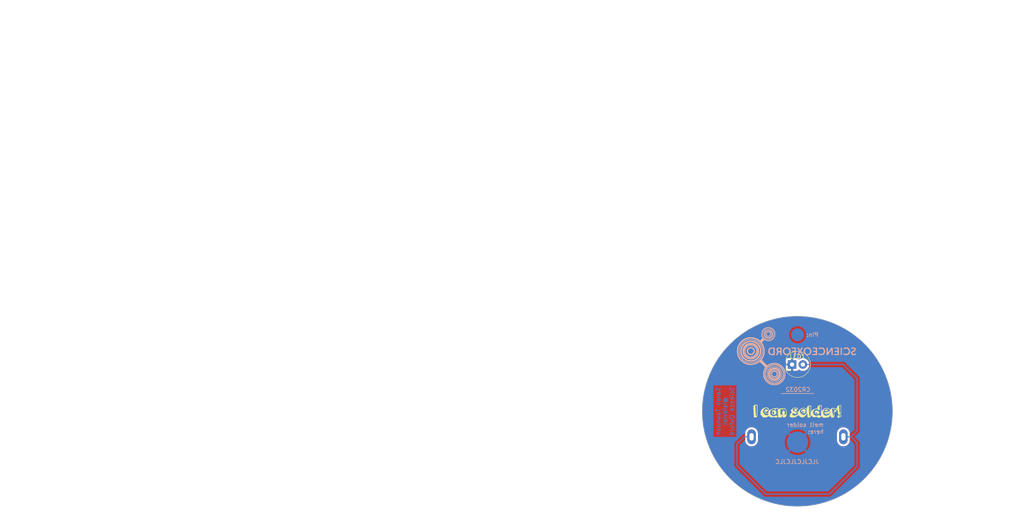
<source format=kicad_pcb>
(kicad_pcb (version 20240108) (generator "pcbnew") (generator_version "8.0")
  (title_block (title "'I Can Solder' Badge") (date "2025-02-18") (rev "v2") (company "Science Oxford") (comment 1 "Author: Sarah Townson @isioviel"))
  (layers (0 "F.Cu" signal) (31 "B.Cu" signal) (34 "B.Paste" user) (35 "F.Paste" user) (36 "B.SilkS" user "B.Silkscreen") (37 "F.SilkS" user "F.Silkscreen") (38 "B.Mask" user) (39 "F.Mask" user) (44 "Edge.Cuts" user))
  (net 0 "")
  (net 1 "Net-(BAT1-Pad1)")
  (net 2 "GND")
  (footprint "isioviel:LED_5mm" (layer "F.Cu") (at 230.3 127.1)
    (property "Reference" "LED1" (at -1.27 -1.88 0) (layer "F.SilkS"))
    (property "Value" "LED")
    (pad "1" thru_hole rect (at -2.54 0) (size 2 2) (drill 1) (layers "*.Cu" "*.Mask") (net 2 "GND"))
    (pad "2" thru_hole circle (at 0 0) (size 2 2) (drill 1) (layers "*.Cu" "*.Mask") (net 1 "Net-(BAT1-Pad1)"))
  )
  (footprint "LOGO" (layer "F.Cu") (at 231.05 144.35)
    (property "Reference" "G***" (hide yes))
    (property "Value" "LOGO" (hide yes))
  )
  (footprint "LOGO" (layer "F.Cu") (at 54 53.25)
    (property "Reference" "G***" (hide yes))
    (property "Value" "LOGO" (hide yes))
  )
  (footprint "LOGO" (layer "F.Cu") (at 231.05 144.35)
    (property "Reference" "G***" (hide yes))
    (property "Value" "LOGO" (hide yes))
  )
  (footprint "LOGO" (layer "F.Cu") (at 231.05 144.35)
    (property "Reference" "G***" (hide yes))
    (property "Value" "LOGO" (hide yes))
  )
  (footprint "LOGO" (layer "F.Cu") (at 231.05 144.35)
    (property "Reference" "G***" (hide yes))
    (property "Value" "LOGO" (hide yes))
  )
  (footprint "LOGO" (layer "F.Cu") (at 231.05 144.35)
    (property "Reference" "G***" (hide yes))
    (property "Value" "LOGO" (hide yes))
  )
  (footprint "LOGO" (layer "F.Cu") (at 231.05 144.35)
    (property "Reference" "G***" (hide yes))
    (property "Value" "LOGO" (hide yes))
  )
  (footprint "isioviel:cr2032_holder" (layer "B.Cu") (at 229.03 144.12)
    (property "Reference" "CR2032" (at 0.12 -11.12 180) (layer "B.SilkS") (effects (justify mirror)))
    (property "Value" "battery_holder")
    (pad "1" thru_hole oval (at -10.8 0) (size 2 3.5) (drill oval 1 1.75) (layers "*.Cu" "*.Mask") (net 1 "Net-(BAT1-Pad1)"))
    (pad "2" thru_hole oval (at 10.8 0) (size 2 3.5) (drill oval 1 1.75) (layers "*.Cu" "*.Mask") (net 1 "Net-(BAT1-Pad1)"))
    (pad "3" smd circle (at 0 1.27) (size 5 5) (layers "B.Cu" "B.Paste" "B.Mask") (net 2 "GND"))
  )
  (footprint "microbit_antweight:so_logo" (layer "B.Cu") (at 228.8 125.1 180)
    (property "Reference" "G***" (hide yes))
    (property "Value" "LOGO" (hide yes))
  )
  (footprint "solder-badge-SO:pad" (layer "B.Cu") (at 229.05 120.1)
    (property "Reference" "Pin:" (at 3.5 0 0) (layer "B.SilkS") (effects (justify mirror)))
    (property "Value" "pad")
    (pad "1" smd circle (at 0 0) (size 3 3) (layers "B.Cu" "B.Paste" "B.Mask"))
  )
  (gr_line (start 251.4276 138.1091) (end 251.4 139.2212) (stroke (width 0.1)) (layer "Edge.Cuts"))
  (gr_line (start 206.8233 141.4207) (end 206.6873 140.3256) (stroke (width 0.1)) (layer "Edge.Cuts"))
  (gr_line (start 210.3452 125.6677) (end 210.9779 124.7677) (stroke (width 0.1)) (layer "Edge.Cuts"))
  (gr_line (start 247.6599 150.5505) (end 247.0272 151.4507) (stroke (width 0.1)) (layer "Edge.Cuts"))
  (gr_line (start 221.4414 116.9973) (end 222.4806 116.6535) (stroke (width 0.1)) (layer "Edge.Cuts"))
  (gr_line (start 239.5623 157.8923) (end 238.5844 158.384) (stroke (width 0.1)) (layer "Edge.Cuts"))
  (gr_line (start 239.5623 118.326) (end 240.5161 118.8654) (stroke (width 0.1)) (layer "Edge.Cuts"))
  (gr_line (start 247.6599 125.6677) (end 248.2463 126.5957) (stroke (width 0.1)) (layer "Edge.Cuts"))
  (gr_line (start 249.7206 146.6909) (end 249.2774 147.6909) (stroke (width 0.1)) (layer "Edge.Cuts"))
  (gr_line (start 234.4686 159.8578) (end 233.3979 160.0993) (stroke (width 0.1)) (layer "Edge.Cuts"))
  (gr_line (start 219.4208 158.384) (end 218.4428 157.8923) (stroke (width 0.1)) (layer "Edge.Cuts"))
  (gr_line (start 248.7858 127.5494) (end 249.2774 128.5273) (stroke (width 0.1)) (layer "Edge.Cuts"))
  (gr_line (start 244.0536 121.4855) (end 244.8594 122.2523) (stroke (width 0.1)) (layer "Edge.Cuts"))
  (gr_line (start 250.7513 132.6431) (end 250.9927 133.7138) (stroke (width 0.1)) (layer "Edge.Cuts"))
  (gr_line (start 245.6262 153.1603) (end 244.8594 153.966) (stroke (width 0.1)) (layer "Edge.Cuts"))
  (gr_line (start 216.5612 119.4519) (end 217.489 118.8654) (stroke (width 0.1)) (layer "Edge.Cuts"))
  (gr_line (start 224.6073 160.0993) (end 223.5365 159.8578) (stroke (width 0.1)) (layer "Edge.Cuts"))
  (gr_line (start 213.9514 154.7329) (end 213.1457 153.966) (stroke (width 0.1)) (layer "Edge.Cuts"))
  (gr_line (start 249.7206 129.5275) (end 250.1144 130.5481) (stroke (width 0.1)) (layer "Edge.Cuts"))
  (gr_line (start 217.489 157.3529) (end 216.5612 156.7665) (stroke (width 0.1)) (layer "Edge.Cuts"))
  (gr_line (start 223.5365 159.8578) (end 222.4806 159.5649) (stroke (width 0.1)) (layer "Edge.Cuts"))
  (gr_line (start 210.9779 124.7677) (end 211.656 123.8971) (stroke (width 0.1)) (layer "Edge.Cuts"))
  (gr_line (start 251.4 136.9972) (end 251.4276 138.1091) (stroke (width 0.1)) (layer "Edge.Cuts"))
  (gr_line (start 208.2846 146.6909) (end 207.8907 145.6703) (stroke (width 0.1)) (layer "Edge.Cuts"))
  (gr_line (start 214.7906 120.7626) (end 215.661 120.0845) (stroke (width 0.1)) (layer "Edge.Cuts"))
  (gr_line (start 251.4276 138.1091) (end 251.4276 138.1091) (stroke (width 0.1)) (layer "Edge.Cuts"))
  (gr_line (start 237.5843 117.3911) (end 238.5844 117.8344) (stroke (width 0.1)) (layer "Edge.Cuts"))
  (gr_line (start 211.656 123.8971) (end 212.3789 123.0581) (stroke (width 0.1)) (layer "Edge.Cuts"))
  (gr_line (start 209.7588 149.6227) (end 209.2194 148.6689) (stroke (width 0.1)) (layer "Edge.Cuts"))
  (gr_line (start 250.1144 130.5481) (end 250.4582 131.5872) (stroke (width 0.1)) (layer "Edge.Cuts"))
  (gr_line (start 251.1818 141.4207) (end 250.9927 142.5046) (stroke (width 0.1)) (layer "Edge.Cuts"))
  (gr_line (start 250.4582 131.5872) (end 250.7513 132.6431) (stroke (width 0.1)) (layer "Edge.Cuts"))
  (gr_line (start 235.5246 159.5649) (end 234.4686 159.8578) (stroke (width 0.1)) (layer "Edge.Cuts"))
  (gr_line (start 227.8906 115.7117) (end 229.0026 115.6841) (stroke (width 0.1)) (layer "Edge.Cuts"))
  (gr_line (start 243.2146 120.7626) (end 244.0536 121.4855) (stroke (width 0.1)) (layer "Edge.Cuts"))
  (gr_line (start 243.2146 155.4557) (end 242.3441 156.1339) (stroke (width 0.1)) (layer "Edge.Cuts"))
  (gr_line (start 226.7861 160.4244) (end 225.6911 160.2885) (stroke (width 0.1)) (layer "Edge.Cuts"))
  (gr_line (start 211.656 152.3212) (end 210.9779 151.4507) (stroke (width 0.1)) (layer "Edge.Cuts"))
  (gr_line (start 210.9779 151.4507) (end 210.3452 150.5505) (stroke (width 0.1)) (layer "Edge.Cuts"))
  (gr_line (start 238.5844 158.384) (end 237.5843 158.8271) (stroke (width 0.1)) (layer "Edge.Cuts"))
  (gr_line (start 231.219 160.4244) (end 230.1145 160.5066) (stroke (width 0.1)) (layer "Edge.Cuts"))
  (gr_line (start 241.444 119.4519) (end 242.344 120.0845) (stroke (width 0.1)) (layer "Edge.Cuts"))
  (gr_line (start 230.1145 160.5066) (end 229.0026 160.5341) (stroke (width 0.1)) (layer "Edge.Cuts"))
  (gr_line (start 250.9927 142.5046) (end 250.7513 143.5753) (stroke (width 0.1)) (layer "Edge.Cuts"))
  (gr_line (start 250.4582 144.6311) (end 250.1144 145.6703) (stroke (width 0.1)) (layer "Edge.Cuts"))
  (gr_line (start 227.8906 160.5066) (end 226.7861 160.4244) (stroke (width 0.1)) (layer "Edge.Cuts"))
  (gr_line (start 244.8594 122.2523) (end 245.6262 123.0581) (stroke (width 0.1)) (layer "Edge.Cuts"))
  (gr_line (start 221.4414 159.2211) (end 220.4209 158.8271) (stroke (width 0.1)) (layer "Edge.Cuts"))
  (gr_line (start 233.3979 160.0993) (end 232.314 160.2885) (stroke (width 0.1)) (layer "Edge.Cuts"))
  (gr_line (start 244.8594 153.966) (end 244.0536 154.7329) (stroke (width 0.1)) (layer "Edge.Cuts"))
  (gr_line (start 242.3441 156.1339) (end 241.444 156.7665) (stroke (width 0.1)) (layer "Edge.Cuts"))
  (gr_line (start 234.4686 116.3604) (end 235.5246 116.6535) (stroke (width 0.1)) (layer "Edge.Cuts"))
  (gr_line (start 219.4208 117.8344) (end 220.4209 117.3911) (stroke (width 0.1)) (layer "Edge.Cuts"))
  (gr_line (start 207.2539 132.6431) (end 207.5468 131.5872) (stroke (width 0.1)) (layer "Edge.Cuts"))
  (gr_line (start 207.8907 145.6703) (end 207.5468 144.6311) (stroke (width 0.1)) (layer "Edge.Cuts"))
  (gr_line (start 207.2539 143.5753) (end 207.0125 142.5046) (stroke (width 0.1)) (layer "Edge.Cuts"))
  (gr_line (start 222.4806 116.6535) (end 223.5365 116.3604) (stroke (width 0.1)) (layer "Edge.Cuts"))
  (gr_line (start 244.0536 154.7329) (end 243.2146 155.4557) (stroke (width 0.1)) (layer "Edge.Cuts"))
  (gr_line (start 220.4209 117.3911) (end 221.4414 116.9973) (stroke (width 0.1)) (layer "Edge.Cuts"))
  (gr_line (start 249.2774 128.5273) (end 249.7206 129.5275) (stroke (width 0.1)) (layer "Edge.Cuts"))
  (gr_line (start 207.0125 142.5046) (end 206.8233 141.4207) (stroke (width 0.1)) (layer "Edge.Cuts"))
  (gr_line (start 235.5246 116.6535) (end 236.5637 116.9973) (stroke (width 0.1)) (layer "Edge.Cuts"))
  (gr_line (start 240.5161 157.3529) (end 239.5623 157.8923) (stroke (width 0.1)) (layer "Edge.Cuts"))
  (gr_line (start 240.5161 118.8654) (end 241.444 119.4519) (stroke (width 0.1)) (layer "Edge.Cuts"))
  (gr_line (start 222.4806 159.5649) (end 221.4414 159.2211) (stroke (width 0.1)) (layer "Edge.Cuts"))
  (gr_line (start 214.7906 155.4557) (end 213.9514 154.7329) (stroke (width 0.1)) (layer "Edge.Cuts"))
  (gr_line (start 220.4209 158.8271) (end 219.4208 158.384) (stroke (width 0.1)) (layer "Edge.Cuts"))
  (gr_line (start 218.4428 157.8923) (end 217.489 157.3529) (stroke (width 0.1)) (layer "Edge.Cuts"))
  (gr_line (start 251.1818 134.7977) (end 251.3178 135.8928) (stroke (width 0.1)) (layer "Edge.Cuts"))
  (gr_line (start 251.3178 135.8928) (end 251.4 136.9972) (stroke (width 0.1)) (layer "Edge.Cuts"))
  (gr_line (start 206.8233 134.7977) (end 207.0125 133.7138) (stroke (width 0.1)) (layer "Edge.Cuts"))
  (gr_line (start 213.9514 121.4855) (end 214.7906 120.7626) (stroke (width 0.1)) (layer "Edge.Cuts"))
  (gr_line (start 251.4 139.2212) (end 251.3178 140.3256) (stroke (width 0.1)) (layer "Edge.Cuts"))
  (gr_line (start 245.6262 123.0581) (end 246.3491 123.8971) (stroke (width 0.1)) (layer "Edge.Cuts"))
  (gr_line (start 229.0026 115.6841) (end 230.1145 115.7117) (stroke (width 0.1)) (layer "Edge.Cuts"))
  (gr_line (start 236.5637 116.9973) (end 237.5843 117.3911) (stroke (width 0.1)) (layer "Edge.Cuts"))
  (gr_line (start 230.1145 115.7117) (end 231.219 115.7939) (stroke (width 0.1)) (layer "Edge.Cuts"))
  (gr_line (start 217.489 118.8654) (end 218.4428 118.326) (stroke (width 0.1)) (layer "Edge.Cuts"))
  (gr_line (start 246.3491 152.3212) (end 245.6262 153.1603) (stroke (width 0.1)) (layer "Edge.Cuts"))
  (gr_line (start 250.7513 143.5753) (end 250.4582 144.6311) (stroke (width 0.1)) (layer "Edge.Cuts"))
  (gr_line (start 207.5468 144.6311) (end 207.2539 143.5753) (stroke (width 0.1)) (layer "Edge.Cuts"))
  (gr_line (start 226.7861 115.7939) (end 227.8906 115.7117) (stroke (width 0.1)) (layer "Edge.Cuts"))
  (gr_line (start 225.6911 160.2885) (end 224.6073 160.0993) (stroke (width 0.1)) (layer "Edge.Cuts"))
  (gr_line (start 207.0125 133.7138) (end 207.2539 132.6431) (stroke (width 0.1)) (layer "Edge.Cuts"))
  (gr_line (start 250.9927 133.7138) (end 251.1818 134.7977) (stroke (width 0.1)) (layer "Edge.Cuts"))
  (gr_line (start 241.444 156.7665) (end 240.5161 157.3529) (stroke (width 0.1)) (layer "Edge.Cuts"))
  (gr_line (start 249.2774 147.6909) (end 248.7858 148.6689) (stroke (width 0.1)) (layer "Edge.Cuts"))
  (gr_line (start 251.3178 140.3256) (end 251.1818 141.4207) (stroke (width 0.1)) (layer "Edge.Cuts"))
  (gr_line (start 215.661 156.1339) (end 214.7906 155.4557) (stroke (width 0.1)) (layer "Edge.Cuts"))
  (gr_line (start 210.3452 150.5505) (end 209.7588 149.6227) (stroke (width 0.1)) (layer "Edge.Cuts"))
  (gr_line (start 248.7858 148.6689) (end 248.2463 149.6227) (stroke (width 0.1)) (layer "Edge.Cuts"))
  (gr_line (start 207.5468 131.5872) (end 207.8907 130.5481) (stroke (width 0.1)) (layer "Edge.Cuts"))
  (gr_line (start 213.1457 153.966) (end 212.3789 153.1603) (stroke (width 0.1)) (layer "Edge.Cuts"))
  (gr_line (start 238.5844 117.8344) (end 239.5623 118.326) (stroke (width 0.1)) (layer "Edge.Cuts"))
  (gr_line (start 242.344 120.0845) (end 243.2146 120.7626) (stroke (width 0.1)) (layer "Edge.Cuts"))
  (gr_line (start 208.2846 129.5275) (end 208.7277 128.5273) (stroke (width 0.1)) (layer "Edge.Cuts"))
  (gr_line (start 231.219 115.7939) (end 232.314 115.9299) (stroke (width 0.1)) (layer "Edge.Cuts"))
  (gr_line (start 215.661 120.0845) (end 216.5612 119.4519) (stroke (width 0.1)) (layer "Edge.Cuts"))
  (gr_line (start 237.5843 158.8271) (end 236.5637 159.2211) (stroke (width 0.1)) (layer "Edge.Cuts"))
  (gr_line (start 208.7277 147.6909) (end 208.2846 146.6909) (stroke (width 0.1)) (layer "Edge.Cuts"))
  (gr_line (start 236.5637 159.2211) (end 235.5246 159.5649) (stroke (width 0.1)) (layer "Edge.Cuts"))
  (gr_line (start 212.3789 153.1603) (end 211.656 152.3212) (stroke (width 0.1)) (layer "Edge.Cuts"))
  (gr_line (start 209.7588 126.5957) (end 210.3452 125.6677) (stroke (width 0.1)) (layer "Edge.Cuts"))
  (gr_line (start 206.6051 136.9972) (end 206.6873 135.8928) (stroke (width 0.1)) (layer "Edge.Cuts"))
  (gr_line (start 251.4276 138.1091) (end 251.4276 138.1091) (stroke (width 0.1)) (layer "Edge.Cuts"))
  (gr_line (start 206.5776 138.1091) (end 206.6051 136.9972) (stroke (width 0.1)) (layer "Edge.Cuts"))
  (gr_line (start 250.1144 145.6703) (end 249.7206 146.6909) (stroke (width 0.1)) (layer "Edge.Cuts"))
  (gr_line (start 223.5365 116.3604) (end 224.6073 116.119) (stroke (width 0.1)) (layer "Edge.Cuts"))
  (gr_line (start 209.2194 148.6689) (end 208.7277 147.6909) (stroke (width 0.1)) (layer "Edge.Cuts"))
  (gr_line (start 248.2463 126.5957) (end 248.7858 127.5494) (stroke (width 0.1)) (layer "Edge.Cuts"))
  (gr_line (start 208.7277 128.5273) (end 209.2194 127.5494) (stroke (width 0.1)) (layer "Edge.Cuts"))
  (gr_line (start 212.3789 123.0581) (end 213.1457 122.2523) (stroke (width 0.1)) (layer "Edge.Cuts"))
  (gr_line (start 232.314 160.2885) (end 231.219 160.4244) (stroke (width 0.1)) (layer "Edge.Cuts"))
  (gr_line (start 232.314 115.9299) (end 233.3979 116.119) (stroke (width 0.1)) (layer "Edge.Cuts"))
  (gr_line (start 218.4428 118.326) (end 219.4208 117.8344) (stroke (width 0.1)) (layer "Edge.Cuts"))
  (gr_line (start 225.6911 115.9299) (end 226.7861 115.7939) (stroke (width 0.1)) (layer "Edge.Cuts"))
  (gr_line (start 246.3491 123.8971) (end 247.0272 124.7677) (stroke (width 0.1)) (layer "Edge.Cuts"))
  (gr_line (start 247.0272 151.4507) (end 246.3491 152.3212) (stroke (width 0.1)) (layer "Edge.Cuts"))
  (gr_line (start 233.3979 116.119) (end 234.4686 116.3604) (stroke (width 0.1)) (layer "Edge.Cuts"))
  (gr_line (start 216.5612 156.7665) (end 215.661 156.1339) (stroke (width 0.1)) (layer "Edge.Cuts"))
  (gr_line (start 248.2463 149.6227) (end 247.6599 150.5505) (stroke (width 0.1)) (layer "Edge.Cuts"))
  (gr_line (start 247.0272 124.7677) (end 247.6599 125.6677) (stroke (width 0.1)) (layer "Edge.Cuts"))
  (gr_line (start 206.6873 140.3256) (end 206.6051 139.2212) (stroke (width 0.1)) (layer "Edge.Cuts"))
  (gr_line (start 206.6873 135.8928) (end 206.8233 134.7977) (stroke (width 0.1)) (layer "Edge.Cuts"))
  (gr_line (start 224.6073 116.119) (end 225.6911 115.9299) (stroke (width 0.1)) (layer "Edge.Cuts"))
  (gr_line (start 207.8907 130.5481) (end 208.2846 129.5275) (stroke (width 0.1)) (layer "Edge.Cuts"))
  (gr_line (start 206.6051 139.2212) (end 206.5776 138.1091) (stroke (width 0.1)) (layer "Edge.Cuts"))
  (gr_line (start 229.0026 160.5341) (end 227.8906 160.5066) (stroke (width 0.1)) (layer "Edge.Cuts"))
  (gr_line (start 213.1457 122.2523) (end 213.9514 121.4855) (stroke (width 0.1)) (layer "Edge.Cuts"))
  (gr_line (start 209.2194 127.5494) (end 209.7588 126.5957) (stroke (width 0.1)) (layer "Edge.Cuts"))
  (gr_text "Sarah Townson\n@isioviel\nScience Oxford" (at 212 138.1 90) (layer "B.Cu") (effects (font (size 1 1)) (justify mirror)))
  (gr_text "JLCJLCJLCJLC" (at 228.95 150 0) (layer "B.SilkS") (effects (font (size 1 1)) (justify mirror)))
  (gr_text "melt solder\nhere:" (at 235.3 142.1 0) (layer "B.SilkS") (effects (font (size 1 1)) (justify left mirror)))
  (segment (start 214.8 150.85) (end 221.55 157.6) (width 0.25) (layer "B.Cu") (net 1))
  (segment (start 241.6 144.12) (end 243.05 142.67) (width 0.25) (layer "B.Cu") (net 1))
  (segment (start 243.05 142.67) (end 243.05 130.35) (width 0.25) (layer "B.Cu") (net 1))
  (segment (start 243.05 151.1) (end 243.05 145.57) (width 0.25) (layer "B.Cu") (net 1))
  (segment (start 217.75 144.12) (end 216.5 144.12) (width 0.25) (layer "B.Cu") (net 1))
  (segment (start 230.3 127.1) (end 239.8 127.1) (width 0.25) (layer "B.Cu") (net 1))
  (segment (start 243.05 145.57) (end 241.6 144.12) (width 0.25) (layer "B.Cu") (net 1))
  (segment (start 243.05 130.35) (end 239.8 127.1) (width 0.25) (layer "B.Cu") (net 1))
  (segment (start 216.5 144.12) (end 214.8 145.82) (width 0.25) (layer "B.Cu") (net 1))
  (segment (start 221.55 157.6) (end 236.55 157.6) (width 0.25) (layer "B.Cu") (net 1))
  (segment (start 241.6 144.12) (end 240.35 144.12) (width 0.25) (layer "B.Cu") (net 1))
  (segment (start 236.55 157.6) (end 243.05 151.1) (width 0.25) (layer "B.Cu") (net 1))
  (segment (start 214.8 145.82) (end 214.8 150.85) (width 0.25) (layer "B.Cu") (net 1))
  (zone (net 2) (net_name "GND") (layer "F.Cu") (connect_pads (clearance 0.508)) (min_thickness 0.254) (fill yes (thermal_gap 0.508) (thermal_bridge_width 0.508))
    (polygon (pts (xy 205.05 113.35) (xy 253.05 113.85) (xy 253.05 162.1) (xy 204.8 162.1) (xy 205.3 112.85)))
  )
  (zone (net 2) (net_name "GND") (layer "B.Cu") (connect_pads (clearance 0.508)) (min_thickness 0.254) (fill yes (thermal_gap 0.508) (thermal_bridge_width 0.508))
    (polygon (pts (xy 205.05 113.85) (xy 252.55 113.85) (xy 252.55 162.1) (xy 205.05 162.1) (xy 205.3 113.6)))
  )
)
</source>
